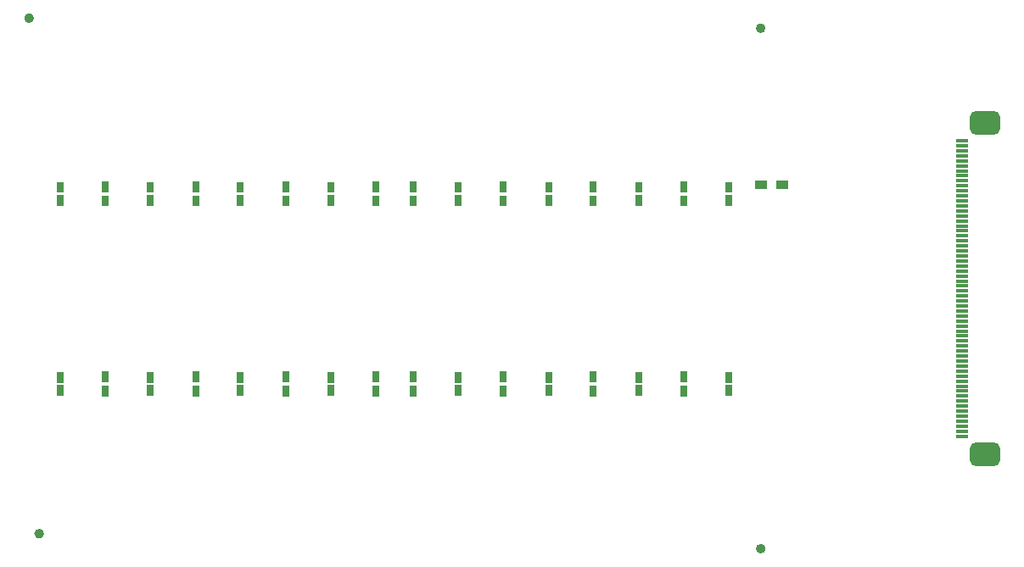
<source format=gtp>
G04 #@! TF.GenerationSoftware,KiCad,Pcbnew,(6.0.5-0)*
G04 #@! TF.CreationDate,2023-01-18T02:45:55+09:00*
G04 #@! TF.ProjectId,photo-single,70686f74-6f2d-4736-996e-676c652e6b69,rev?*
G04 #@! TF.SameCoordinates,Original*
G04 #@! TF.FileFunction,Paste,Top*
G04 #@! TF.FilePolarity,Positive*
%FSLAX46Y46*%
G04 Gerber Fmt 4.6, Leading zero omitted, Abs format (unit mm)*
G04 Created by KiCad (PCBNEW (6.0.5-0)) date 2023-01-18 02:45:55*
%MOMM*%
%LPD*%
G01*
G04 APERTURE LIST*
G04 Aperture macros list*
%AMRoundRect*
0 Rectangle with rounded corners*
0 $1 Rounding radius*
0 $2 $3 $4 $5 $6 $7 $8 $9 X,Y pos of 4 corners*
0 Add a 4 corners polygon primitive as box body*
4,1,4,$2,$3,$4,$5,$6,$7,$8,$9,$2,$3,0*
0 Add four circle primitives for the rounded corners*
1,1,$1+$1,$2,$3*
1,1,$1+$1,$4,$5*
1,1,$1+$1,$6,$7*
1,1,$1+$1,$8,$9*
0 Add four rect primitives between the rounded corners*
20,1,$1+$1,$2,$3,$4,$5,0*
20,1,$1+$1,$4,$5,$6,$7,0*
20,1,$1+$1,$6,$7,$8,$9,0*
20,1,$1+$1,$8,$9,$2,$3,0*%
G04 Aperture macros list end*
%ADD10C,0.475000*%
%ADD11C,0.120000*%
%ADD12RoundRect,0.072295X0.552705X-0.072295X0.552705X0.072295X-0.552705X0.072295X-0.552705X-0.072295X0*%
%ADD13RoundRect,0.600000X0.899999X-0.600000X0.899999X0.600000X-0.899999X0.600000X-0.899999X-0.600000X0*%
%ADD14R,1.200000X0.900000*%
G04 APERTURE END LIST*
D10*
X149473500Y-76000000D02*
G75*
G03*
X149473500Y-76000000I-237500J0D01*
G01*
X76473500Y-75000000D02*
G75*
G03*
X76473500Y-75000000I-237500J0D01*
G01*
X77473500Y-126500000D02*
G75*
G03*
X77473500Y-126500000I-237500J0D01*
G01*
X149473500Y-128000000D02*
G75*
G03*
X149473500Y-128000000I-237500J0D01*
G01*
G36*
X132802219Y-92302066D02*
G01*
X132202219Y-92302066D01*
X132202219Y-91302066D01*
X132802219Y-91302066D01*
X132802219Y-92302066D01*
G37*
D11*
X132802219Y-92302066D02*
X132202219Y-92302066D01*
X132202219Y-91302066D01*
X132802219Y-91302066D01*
X132802219Y-92302066D01*
G36*
X137332219Y-93652066D02*
G01*
X136732219Y-93652066D01*
X136732219Y-92652066D01*
X137332219Y-92652066D01*
X137332219Y-93652066D01*
G37*
X137332219Y-93652066D02*
X136732219Y-93652066D01*
X136732219Y-92652066D01*
X137332219Y-92652066D01*
X137332219Y-93652066D01*
G36*
X137332219Y-92352066D02*
G01*
X136732219Y-92352066D01*
X136732219Y-91352066D01*
X137332219Y-91352066D01*
X137332219Y-92352066D01*
G37*
X137332219Y-92352066D02*
X136732219Y-92352066D01*
X136732219Y-91352066D01*
X137332219Y-91352066D01*
X137332219Y-92352066D01*
G36*
X132802219Y-93702066D02*
G01*
X132202219Y-93702066D01*
X132202219Y-92702066D01*
X132802219Y-92702066D01*
X132802219Y-93702066D01*
G37*
X132802219Y-93702066D02*
X132202219Y-93702066D01*
X132202219Y-92702066D01*
X132802219Y-92702066D01*
X132802219Y-93702066D01*
G36*
X128332219Y-93652066D02*
G01*
X127732219Y-93652066D01*
X127732219Y-92652066D01*
X128332219Y-92652066D01*
X128332219Y-93652066D01*
G37*
X128332219Y-93652066D02*
X127732219Y-93652066D01*
X127732219Y-92652066D01*
X128332219Y-92652066D01*
X128332219Y-93652066D01*
G36*
X128332219Y-92352066D02*
G01*
X127732219Y-92352066D01*
X127732219Y-91352066D01*
X128332219Y-91352066D01*
X128332219Y-92352066D01*
G37*
X128332219Y-92352066D02*
X127732219Y-92352066D01*
X127732219Y-91352066D01*
X128332219Y-91352066D01*
X128332219Y-92352066D01*
G36*
X123802219Y-93702066D02*
G01*
X123202219Y-93702066D01*
X123202219Y-92702066D01*
X123802219Y-92702066D01*
X123802219Y-93702066D01*
G37*
X123802219Y-93702066D02*
X123202219Y-93702066D01*
X123202219Y-92702066D01*
X123802219Y-92702066D01*
X123802219Y-93702066D01*
G36*
X123802219Y-92302066D02*
G01*
X123202219Y-92302066D01*
X123202219Y-91302066D01*
X123802219Y-91302066D01*
X123802219Y-92302066D01*
G37*
X123802219Y-92302066D02*
X123202219Y-92302066D01*
X123202219Y-91302066D01*
X123802219Y-91302066D01*
X123802219Y-92302066D01*
G36*
X114802219Y-93702066D02*
G01*
X114202219Y-93702066D01*
X114202219Y-92702066D01*
X114802219Y-92702066D01*
X114802219Y-93702066D01*
G37*
X114802219Y-93702066D02*
X114202219Y-93702066D01*
X114202219Y-92702066D01*
X114802219Y-92702066D01*
X114802219Y-93702066D01*
G36*
X114802219Y-92302066D02*
G01*
X114202219Y-92302066D01*
X114202219Y-91302066D01*
X114802219Y-91302066D01*
X114802219Y-92302066D01*
G37*
X114802219Y-92302066D02*
X114202219Y-92302066D01*
X114202219Y-91302066D01*
X114802219Y-91302066D01*
X114802219Y-92302066D01*
G36*
X119332219Y-92352066D02*
G01*
X118732219Y-92352066D01*
X118732219Y-91352066D01*
X119332219Y-91352066D01*
X119332219Y-92352066D01*
G37*
X119332219Y-92352066D02*
X118732219Y-92352066D01*
X118732219Y-91352066D01*
X119332219Y-91352066D01*
X119332219Y-92352066D01*
G36*
X119332219Y-93652066D02*
G01*
X118732219Y-93652066D01*
X118732219Y-92652066D01*
X119332219Y-92652066D01*
X119332219Y-93652066D01*
G37*
X119332219Y-93652066D02*
X118732219Y-93652066D01*
X118732219Y-92652066D01*
X119332219Y-92652066D01*
X119332219Y-93652066D01*
G36*
X106582211Y-93652066D02*
G01*
X105982211Y-93652066D01*
X105982211Y-92652066D01*
X106582211Y-92652066D01*
X106582211Y-93652066D01*
G37*
X106582211Y-93652066D02*
X105982211Y-93652066D01*
X105982211Y-92652066D01*
X106582211Y-92652066D01*
X106582211Y-93652066D01*
G36*
X111112211Y-92302066D02*
G01*
X110512211Y-92302066D01*
X110512211Y-91302066D01*
X111112211Y-91302066D01*
X111112211Y-92302066D01*
G37*
X111112211Y-92302066D02*
X110512211Y-92302066D01*
X110512211Y-91302066D01*
X111112211Y-91302066D01*
X111112211Y-92302066D01*
G36*
X106582211Y-92352066D02*
G01*
X105982211Y-92352066D01*
X105982211Y-91352066D01*
X106582211Y-91352066D01*
X106582211Y-92352066D01*
G37*
X106582211Y-92352066D02*
X105982211Y-92352066D01*
X105982211Y-91352066D01*
X106582211Y-91352066D01*
X106582211Y-92352066D01*
G36*
X111112211Y-93702066D02*
G01*
X110512211Y-93702066D01*
X110512211Y-92702066D01*
X111112211Y-92702066D01*
X111112211Y-93702066D01*
G37*
X111112211Y-93702066D02*
X110512211Y-93702066D01*
X110512211Y-92702066D01*
X111112211Y-92702066D01*
X111112211Y-93702066D01*
G36*
X102112211Y-92302066D02*
G01*
X101512211Y-92302066D01*
X101512211Y-91302066D01*
X102112211Y-91302066D01*
X102112211Y-92302066D01*
G37*
X102112211Y-92302066D02*
X101512211Y-92302066D01*
X101512211Y-91302066D01*
X102112211Y-91302066D01*
X102112211Y-92302066D01*
G36*
X102112211Y-93702066D02*
G01*
X101512211Y-93702066D01*
X101512211Y-92702066D01*
X102112211Y-92702066D01*
X102112211Y-93702066D01*
G37*
X102112211Y-93702066D02*
X101512211Y-93702066D01*
X101512211Y-92702066D01*
X102112211Y-92702066D01*
X102112211Y-93702066D01*
G36*
X97582211Y-92352066D02*
G01*
X96982211Y-92352066D01*
X96982211Y-91352066D01*
X97582211Y-91352066D01*
X97582211Y-92352066D01*
G37*
X97582211Y-92352066D02*
X96982211Y-92352066D01*
X96982211Y-91352066D01*
X97582211Y-91352066D01*
X97582211Y-92352066D01*
G36*
X97582211Y-93652066D02*
G01*
X96982211Y-93652066D01*
X96982211Y-92652066D01*
X97582211Y-92652066D01*
X97582211Y-93652066D01*
G37*
X97582211Y-93652066D02*
X96982211Y-93652066D01*
X96982211Y-92652066D01*
X97582211Y-92652066D01*
X97582211Y-93652066D01*
G36*
X88582211Y-93652066D02*
G01*
X87982211Y-93652066D01*
X87982211Y-92652066D01*
X88582211Y-92652066D01*
X88582211Y-93652066D01*
G37*
X88582211Y-93652066D02*
X87982211Y-93652066D01*
X87982211Y-92652066D01*
X88582211Y-92652066D01*
X88582211Y-93652066D01*
G36*
X93112211Y-92302066D02*
G01*
X92512211Y-92302066D01*
X92512211Y-91302066D01*
X93112211Y-91302066D01*
X93112211Y-92302066D01*
G37*
X93112211Y-92302066D02*
X92512211Y-92302066D01*
X92512211Y-91302066D01*
X93112211Y-91302066D01*
X93112211Y-92302066D01*
G36*
X93112211Y-93702066D02*
G01*
X92512211Y-93702066D01*
X92512211Y-92702066D01*
X93112211Y-92702066D01*
X93112211Y-93702066D01*
G37*
X93112211Y-93702066D02*
X92512211Y-93702066D01*
X92512211Y-92702066D01*
X93112211Y-92702066D01*
X93112211Y-93702066D01*
G36*
X88582211Y-92352066D02*
G01*
X87982211Y-92352066D01*
X87982211Y-91352066D01*
X88582211Y-91352066D01*
X88582211Y-92352066D01*
G37*
X88582211Y-92352066D02*
X87982211Y-92352066D01*
X87982211Y-91352066D01*
X88582211Y-91352066D01*
X88582211Y-92352066D01*
G36*
X84112211Y-93702066D02*
G01*
X83512211Y-93702066D01*
X83512211Y-92702066D01*
X84112211Y-92702066D01*
X84112211Y-93702066D01*
G37*
X84112211Y-93702066D02*
X83512211Y-93702066D01*
X83512211Y-92702066D01*
X84112211Y-92702066D01*
X84112211Y-93702066D01*
G36*
X84112211Y-92302066D02*
G01*
X83512211Y-92302066D01*
X83512211Y-91302066D01*
X84112211Y-91302066D01*
X84112211Y-92302066D01*
G37*
X84112211Y-92302066D02*
X83512211Y-92302066D01*
X83512211Y-91302066D01*
X84112211Y-91302066D01*
X84112211Y-92302066D01*
G36*
X79582211Y-93652066D02*
G01*
X78982211Y-93652066D01*
X78982211Y-92652066D01*
X79582211Y-92652066D01*
X79582211Y-93652066D01*
G37*
X79582211Y-93652066D02*
X78982211Y-93652066D01*
X78982211Y-92652066D01*
X79582211Y-92652066D01*
X79582211Y-93652066D01*
G36*
X79582211Y-92352066D02*
G01*
X78982211Y-92352066D01*
X78982211Y-91352066D01*
X79582211Y-91352066D01*
X79582211Y-92352066D01*
G37*
X79582211Y-92352066D02*
X78982211Y-92352066D01*
X78982211Y-91352066D01*
X79582211Y-91352066D01*
X79582211Y-92352066D01*
G36*
X97582211Y-112651633D02*
G01*
X96982211Y-112651633D01*
X96982211Y-111651633D01*
X97582211Y-111651633D01*
X97582211Y-112651633D01*
G37*
X97582211Y-112651633D02*
X96982211Y-112651633D01*
X96982211Y-111651633D01*
X97582211Y-111651633D01*
X97582211Y-112651633D01*
G36*
X102112211Y-111301633D02*
G01*
X101512211Y-111301633D01*
X101512211Y-110301633D01*
X102112211Y-110301633D01*
X102112211Y-111301633D01*
G37*
X102112211Y-111301633D02*
X101512211Y-111301633D01*
X101512211Y-110301633D01*
X102112211Y-110301633D01*
X102112211Y-111301633D01*
G36*
X102112211Y-112701633D02*
G01*
X101512211Y-112701633D01*
X101512211Y-111701633D01*
X102112211Y-111701633D01*
X102112211Y-112701633D01*
G37*
X102112211Y-112701633D02*
X101512211Y-112701633D01*
X101512211Y-111701633D01*
X102112211Y-111701633D01*
X102112211Y-112701633D01*
G36*
X97582211Y-111351633D02*
G01*
X96982211Y-111351633D01*
X96982211Y-110351633D01*
X97582211Y-110351633D01*
X97582211Y-111351633D01*
G37*
X97582211Y-111351633D02*
X96982211Y-111351633D01*
X96982211Y-110351633D01*
X97582211Y-110351633D01*
X97582211Y-111351633D01*
G36*
X88582211Y-112651633D02*
G01*
X87982211Y-112651633D01*
X87982211Y-111651633D01*
X88582211Y-111651633D01*
X88582211Y-112651633D01*
G37*
X88582211Y-112651633D02*
X87982211Y-112651633D01*
X87982211Y-111651633D01*
X88582211Y-111651633D01*
X88582211Y-112651633D01*
G36*
X93112211Y-112701633D02*
G01*
X92512211Y-112701633D01*
X92512211Y-111701633D01*
X93112211Y-111701633D01*
X93112211Y-112701633D01*
G37*
X93112211Y-112701633D02*
X92512211Y-112701633D01*
X92512211Y-111701633D01*
X93112211Y-111701633D01*
X93112211Y-112701633D01*
G36*
X88582211Y-111351633D02*
G01*
X87982211Y-111351633D01*
X87982211Y-110351633D01*
X88582211Y-110351633D01*
X88582211Y-111351633D01*
G37*
X88582211Y-111351633D02*
X87982211Y-111351633D01*
X87982211Y-110351633D01*
X88582211Y-110351633D01*
X88582211Y-111351633D01*
G36*
X93112211Y-111301633D02*
G01*
X92512211Y-111301633D01*
X92512211Y-110301633D01*
X93112211Y-110301633D01*
X93112211Y-111301633D01*
G37*
X93112211Y-111301633D02*
X92512211Y-111301633D01*
X92512211Y-110301633D01*
X93112211Y-110301633D01*
X93112211Y-111301633D01*
G36*
X79582211Y-112651633D02*
G01*
X78982211Y-112651633D01*
X78982211Y-111651633D01*
X79582211Y-111651633D01*
X79582211Y-112651633D01*
G37*
X79582211Y-112651633D02*
X78982211Y-112651633D01*
X78982211Y-111651633D01*
X79582211Y-111651633D01*
X79582211Y-112651633D01*
G36*
X84112211Y-112701633D02*
G01*
X83512211Y-112701633D01*
X83512211Y-111701633D01*
X84112211Y-111701633D01*
X84112211Y-112701633D01*
G37*
X84112211Y-112701633D02*
X83512211Y-112701633D01*
X83512211Y-111701633D01*
X84112211Y-111701633D01*
X84112211Y-112701633D01*
G36*
X79582211Y-111351633D02*
G01*
X78982211Y-111351633D01*
X78982211Y-110351633D01*
X79582211Y-110351633D01*
X79582211Y-111351633D01*
G37*
X79582211Y-111351633D02*
X78982211Y-111351633D01*
X78982211Y-110351633D01*
X79582211Y-110351633D01*
X79582211Y-111351633D01*
G36*
X84112211Y-111301633D02*
G01*
X83512211Y-111301633D01*
X83512211Y-110301633D01*
X84112211Y-110301633D01*
X84112211Y-111301633D01*
G37*
X84112211Y-111301633D02*
X83512211Y-111301633D01*
X83512211Y-110301633D01*
X84112211Y-110301633D01*
X84112211Y-111301633D01*
G36*
X111112211Y-111301633D02*
G01*
X110512211Y-111301633D01*
X110512211Y-110301633D01*
X111112211Y-110301633D01*
X111112211Y-111301633D01*
G37*
X111112211Y-111301633D02*
X110512211Y-111301633D01*
X110512211Y-110301633D01*
X111112211Y-110301633D01*
X111112211Y-111301633D01*
G36*
X106582211Y-112651633D02*
G01*
X105982211Y-112651633D01*
X105982211Y-111651633D01*
X106582211Y-111651633D01*
X106582211Y-112651633D01*
G37*
X106582211Y-112651633D02*
X105982211Y-112651633D01*
X105982211Y-111651633D01*
X106582211Y-111651633D01*
X106582211Y-112651633D01*
G36*
X111112211Y-112701633D02*
G01*
X110512211Y-112701633D01*
X110512211Y-111701633D01*
X111112211Y-111701633D01*
X111112211Y-112701633D01*
G37*
X111112211Y-112701633D02*
X110512211Y-112701633D01*
X110512211Y-111701633D01*
X111112211Y-111701633D01*
X111112211Y-112701633D01*
G36*
X106582211Y-111351633D02*
G01*
X105982211Y-111351633D01*
X105982211Y-110351633D01*
X106582211Y-110351633D01*
X106582211Y-111351633D01*
G37*
X106582211Y-111351633D02*
X105982211Y-111351633D01*
X105982211Y-110351633D01*
X106582211Y-110351633D01*
X106582211Y-111351633D01*
G36*
X119332219Y-112651635D02*
G01*
X118732219Y-112651635D01*
X118732219Y-111651635D01*
X119332219Y-111651635D01*
X119332219Y-112651635D01*
G37*
X119332219Y-112651635D02*
X118732219Y-112651635D01*
X118732219Y-111651635D01*
X119332219Y-111651635D01*
X119332219Y-112651635D01*
G36*
X119332219Y-111351635D02*
G01*
X118732219Y-111351635D01*
X118732219Y-110351635D01*
X119332219Y-110351635D01*
X119332219Y-111351635D01*
G37*
X119332219Y-111351635D02*
X118732219Y-111351635D01*
X118732219Y-110351635D01*
X119332219Y-110351635D01*
X119332219Y-111351635D01*
G36*
X114802219Y-112701635D02*
G01*
X114202219Y-112701635D01*
X114202219Y-111701635D01*
X114802219Y-111701635D01*
X114802219Y-112701635D01*
G37*
X114802219Y-112701635D02*
X114202219Y-112701635D01*
X114202219Y-111701635D01*
X114802219Y-111701635D01*
X114802219Y-112701635D01*
G36*
X114802219Y-111301635D02*
G01*
X114202219Y-111301635D01*
X114202219Y-110301635D01*
X114802219Y-110301635D01*
X114802219Y-111301635D01*
G37*
X114802219Y-111301635D02*
X114202219Y-111301635D01*
X114202219Y-110301635D01*
X114802219Y-110301635D01*
X114802219Y-111301635D01*
G36*
X128332219Y-111351633D02*
G01*
X127732219Y-111351633D01*
X127732219Y-110351633D01*
X128332219Y-110351633D01*
X128332219Y-111351633D01*
G37*
X128332219Y-111351633D02*
X127732219Y-111351633D01*
X127732219Y-110351633D01*
X128332219Y-110351633D01*
X128332219Y-111351633D01*
G36*
X123802219Y-112701633D02*
G01*
X123202219Y-112701633D01*
X123202219Y-111701633D01*
X123802219Y-111701633D01*
X123802219Y-112701633D01*
G37*
X123802219Y-112701633D02*
X123202219Y-112701633D01*
X123202219Y-111701633D01*
X123802219Y-111701633D01*
X123802219Y-112701633D01*
G36*
X128332219Y-112651633D02*
G01*
X127732219Y-112651633D01*
X127732219Y-111651633D01*
X128332219Y-111651633D01*
X128332219Y-112651633D01*
G37*
X128332219Y-112651633D02*
X127732219Y-112651633D01*
X127732219Y-111651633D01*
X128332219Y-111651633D01*
X128332219Y-112651633D01*
G36*
X123802219Y-111301633D02*
G01*
X123202219Y-111301633D01*
X123202219Y-110301633D01*
X123802219Y-110301633D01*
X123802219Y-111301633D01*
G37*
X123802219Y-111301633D02*
X123202219Y-111301633D01*
X123202219Y-110301633D01*
X123802219Y-110301633D01*
X123802219Y-111301633D01*
G36*
X132802219Y-111301633D02*
G01*
X132202219Y-111301633D01*
X132202219Y-110301633D01*
X132802219Y-110301633D01*
X132802219Y-111301633D01*
G37*
X132802219Y-111301633D02*
X132202219Y-111301633D01*
X132202219Y-110301633D01*
X132802219Y-110301633D01*
X132802219Y-111301633D01*
G36*
X137332219Y-112651633D02*
G01*
X136732219Y-112651633D01*
X136732219Y-111651633D01*
X137332219Y-111651633D01*
X137332219Y-112651633D01*
G37*
X137332219Y-112651633D02*
X136732219Y-112651633D01*
X136732219Y-111651633D01*
X137332219Y-111651633D01*
X137332219Y-112651633D01*
G36*
X137332219Y-111351633D02*
G01*
X136732219Y-111351633D01*
X136732219Y-110351633D01*
X137332219Y-110351633D01*
X137332219Y-111351633D01*
G37*
X137332219Y-111351633D02*
X136732219Y-111351633D01*
X136732219Y-110351633D01*
X137332219Y-110351633D01*
X137332219Y-111351633D01*
G36*
X132802219Y-112701633D02*
G01*
X132202219Y-112701633D01*
X132202219Y-111701633D01*
X132802219Y-111701633D01*
X132802219Y-112701633D01*
G37*
X132802219Y-112701633D02*
X132202219Y-112701633D01*
X132202219Y-111701633D01*
X132802219Y-111701633D01*
X132802219Y-112701633D01*
G36*
X146332219Y-93652054D02*
G01*
X145732219Y-93652054D01*
X145732219Y-92652054D01*
X146332219Y-92652054D01*
X146332219Y-93652054D01*
G37*
X146332219Y-93652054D02*
X145732219Y-93652054D01*
X145732219Y-92652054D01*
X146332219Y-92652054D01*
X146332219Y-93652054D01*
G36*
X141802219Y-92302054D02*
G01*
X141202219Y-92302054D01*
X141202219Y-91302054D01*
X141802219Y-91302054D01*
X141802219Y-92302054D01*
G37*
X141802219Y-92302054D02*
X141202219Y-92302054D01*
X141202219Y-91302054D01*
X141802219Y-91302054D01*
X141802219Y-92302054D01*
G36*
X146332219Y-92352054D02*
G01*
X145732219Y-92352054D01*
X145732219Y-91352054D01*
X146332219Y-91352054D01*
X146332219Y-92352054D01*
G37*
X146332219Y-92352054D02*
X145732219Y-92352054D01*
X145732219Y-91352054D01*
X146332219Y-91352054D01*
X146332219Y-92352054D01*
G36*
X141802219Y-93702054D02*
G01*
X141202219Y-93702054D01*
X141202219Y-92702054D01*
X141802219Y-92702054D01*
X141802219Y-93702054D01*
G37*
X141802219Y-93702054D02*
X141202219Y-93702054D01*
X141202219Y-92702054D01*
X141802219Y-92702054D01*
X141802219Y-93702054D01*
G36*
X146332219Y-112651633D02*
G01*
X145732219Y-112651633D01*
X145732219Y-111651633D01*
X146332219Y-111651633D01*
X146332219Y-112651633D01*
G37*
X146332219Y-112651633D02*
X145732219Y-112651633D01*
X145732219Y-111651633D01*
X146332219Y-111651633D01*
X146332219Y-112651633D01*
G36*
X141802219Y-111301633D02*
G01*
X141202219Y-111301633D01*
X141202219Y-110301633D01*
X141802219Y-110301633D01*
X141802219Y-111301633D01*
G37*
X141802219Y-111301633D02*
X141202219Y-111301633D01*
X141202219Y-110301633D01*
X141802219Y-110301633D01*
X141802219Y-111301633D01*
G36*
X146332219Y-111351633D02*
G01*
X145732219Y-111351633D01*
X145732219Y-110351633D01*
X146332219Y-110351633D01*
X146332219Y-111351633D01*
G37*
X146332219Y-111351633D02*
X145732219Y-111351633D01*
X145732219Y-110351633D01*
X146332219Y-110351633D01*
X146332219Y-111351633D01*
G36*
X141802219Y-112701633D02*
G01*
X141202219Y-112701633D01*
X141202219Y-111701633D01*
X141802219Y-111701633D01*
X141802219Y-112701633D01*
G37*
X141802219Y-112701633D02*
X141202219Y-112701633D01*
X141202219Y-111701633D01*
X141802219Y-111701633D01*
X141802219Y-112701633D01*
D12*
X169309993Y-116750000D03*
X169309993Y-116250000D03*
X169309993Y-115750000D03*
X169309993Y-115250000D03*
X169309993Y-114750000D03*
X169309993Y-114250000D03*
X169309993Y-113750001D03*
X169309993Y-113249999D03*
X169309993Y-112750000D03*
X169309993Y-112249999D03*
X169309993Y-111750000D03*
X169309993Y-111250001D03*
X169309993Y-110749999D03*
X169309993Y-110250000D03*
X169309993Y-109749999D03*
X169309993Y-109250000D03*
X169309993Y-108750001D03*
X169309993Y-108249999D03*
X169309993Y-107750000D03*
X169309993Y-107250001D03*
X169309993Y-106750000D03*
X169309993Y-106250001D03*
X169309993Y-105749999D03*
X169309993Y-105250000D03*
X169309993Y-104750001D03*
X169309993Y-104250000D03*
X169309993Y-103750001D03*
X169309993Y-103249999D03*
X169309993Y-102750000D03*
X169309993Y-102250001D03*
X169309993Y-101750000D03*
X169309993Y-101250001D03*
X169309993Y-100749999D03*
X169309993Y-100250000D03*
X169309993Y-99750001D03*
X169309993Y-99249999D03*
X169309993Y-98750000D03*
X169309993Y-98249999D03*
X169309993Y-97750000D03*
X169309993Y-97250001D03*
X169309993Y-96749999D03*
X169309993Y-96250000D03*
X169309993Y-95749999D03*
X169309993Y-95250000D03*
X169309993Y-94750001D03*
X169309993Y-94249999D03*
X169309993Y-93750000D03*
X169309993Y-93249999D03*
X169309993Y-92750000D03*
X169309993Y-92250001D03*
X169309993Y-91749999D03*
X169309993Y-91250000D03*
X169309993Y-90750001D03*
X169309993Y-90250002D03*
X169309993Y-89750003D03*
X169309993Y-89250004D03*
X169309993Y-88750005D03*
X169309993Y-88250006D03*
X169309993Y-87750007D03*
X169309993Y-87250008D03*
D13*
X171634993Y-118550000D03*
X171634993Y-85450012D03*
D14*
X151430000Y-91670000D03*
X149230000Y-91670000D03*
M02*

</source>
